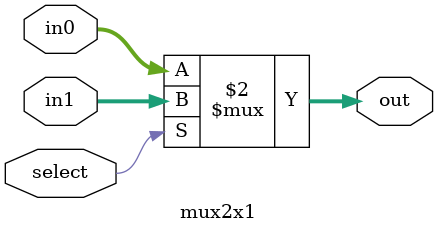
<source format=v>
`timescale 1ns / 1ps


module mux2x1(in0, in1, select, out);
    input wire select;
    input wire [31:0] in0;
    input wire [31:0] in1;
    output wire[31:0] out;

    assign out = (select == 0) ? in0 : in1;

endmodule
</source>
